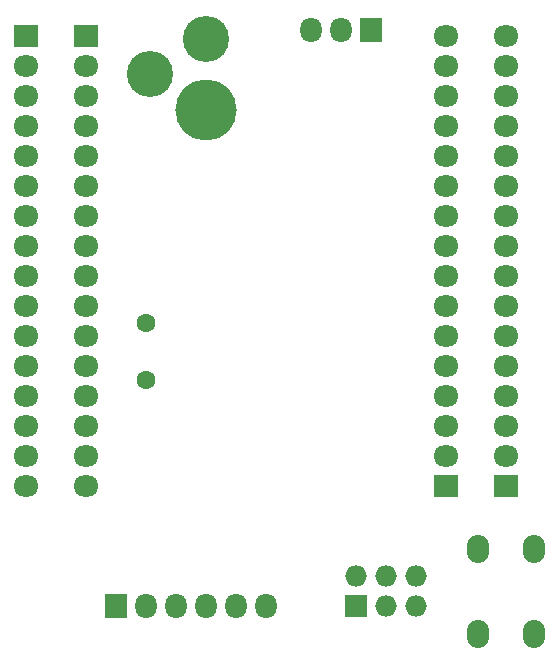
<source format=gbs>
%TF.GenerationSoftware,KiCad,Pcbnew,4.0.2-stable*%
%TF.CreationDate,2016-04-26T19:03:57-04:00*%
%TF.ProjectId,Programmer,50726F6772616D6D65722E6B69636164,rev?*%
%TF.FileFunction,Soldermask,Bot*%
%FSLAX46Y46*%
G04 Gerber Fmt 4.6, Leading zero omitted, Abs format (unit mm)*
G04 Created by KiCad (PCBNEW 4.0.2-stable) date 4/26/2016 7:03:57 PM*
%MOMM*%
G01*
G04 APERTURE LIST*
%ADD10C,0.127000*%
%ADD11O,5.180000X5.180000*%
%ADD12O,3.910000X3.910000*%
%ADD13R,1.827200X2.132000*%
%ADD14O,1.827200X2.132000*%
%ADD15R,2.132000X1.827200*%
%ADD16O,2.132000X1.827200*%
%ADD17R,1.827200X1.827200*%
%ADD18O,1.827200X1.827200*%
%ADD19C,1.601140*%
%ADD20O,1.878000X2.386000*%
G04 APERTURE END LIST*
D10*
D11*
X35560000Y-31600140D03*
D12*
X35560000Y-25600660D03*
X30861000Y-28600400D03*
D13*
X27940000Y-73660000D03*
D14*
X30480000Y-73660000D03*
X33020000Y-73660000D03*
X35560000Y-73660000D03*
X38100000Y-73660000D03*
X40640000Y-73660000D03*
D15*
X25400000Y-25400000D03*
D16*
X25400000Y-27940000D03*
X25400000Y-30480000D03*
X25400000Y-33020000D03*
X25400000Y-35560000D03*
X25400000Y-38100000D03*
X25400000Y-40640000D03*
X25400000Y-43180000D03*
X25400000Y-45720000D03*
X25400000Y-48260000D03*
X25400000Y-50800000D03*
X25400000Y-53340000D03*
X25400000Y-55880000D03*
X25400000Y-58420000D03*
X25400000Y-60960000D03*
X25400000Y-63500000D03*
D17*
X48260000Y-73660000D03*
D18*
X48260000Y-71120000D03*
X50800000Y-73660000D03*
X50800000Y-71120000D03*
X53340000Y-73660000D03*
X53340000Y-71120000D03*
D15*
X55880000Y-63500000D03*
D16*
X55880000Y-60960000D03*
X55880000Y-58420000D03*
X55880000Y-55880000D03*
X55880000Y-53340000D03*
X55880000Y-50800000D03*
X55880000Y-48260000D03*
X55880000Y-45720000D03*
X55880000Y-43180000D03*
X55880000Y-40640000D03*
X55880000Y-38100000D03*
X55880000Y-35560000D03*
X55880000Y-33020000D03*
X55880000Y-30480000D03*
X55880000Y-27940000D03*
X55880000Y-25400000D03*
D19*
X30480000Y-49629060D03*
X30480000Y-54510940D03*
D15*
X20320000Y-25400000D03*
D16*
X20320000Y-27940000D03*
X20320000Y-30480000D03*
X20320000Y-33020000D03*
X20320000Y-35560000D03*
X20320000Y-38100000D03*
X20320000Y-40640000D03*
X20320000Y-43180000D03*
X20320000Y-45720000D03*
X20320000Y-48260000D03*
X20320000Y-50800000D03*
X20320000Y-53340000D03*
X20320000Y-55880000D03*
X20320000Y-58420000D03*
X20320000Y-60960000D03*
X20320000Y-63500000D03*
D15*
X60960000Y-63500000D03*
D16*
X60960000Y-60960000D03*
X60960000Y-58420000D03*
X60960000Y-55880000D03*
X60960000Y-53340000D03*
X60960000Y-50800000D03*
X60960000Y-48260000D03*
X60960000Y-45720000D03*
X60960000Y-43180000D03*
X60960000Y-40640000D03*
X60960000Y-38100000D03*
X60960000Y-35560000D03*
X60960000Y-33020000D03*
X60960000Y-30480000D03*
X60960000Y-27940000D03*
X60960000Y-25400000D03*
D13*
X49530000Y-24892000D03*
D14*
X46990000Y-24892000D03*
X44450000Y-24892000D03*
D20*
X58610500Y-68770500D03*
X58610500Y-76009500D03*
X63309500Y-68770500D03*
X63309500Y-76009500D03*
M02*

</source>
